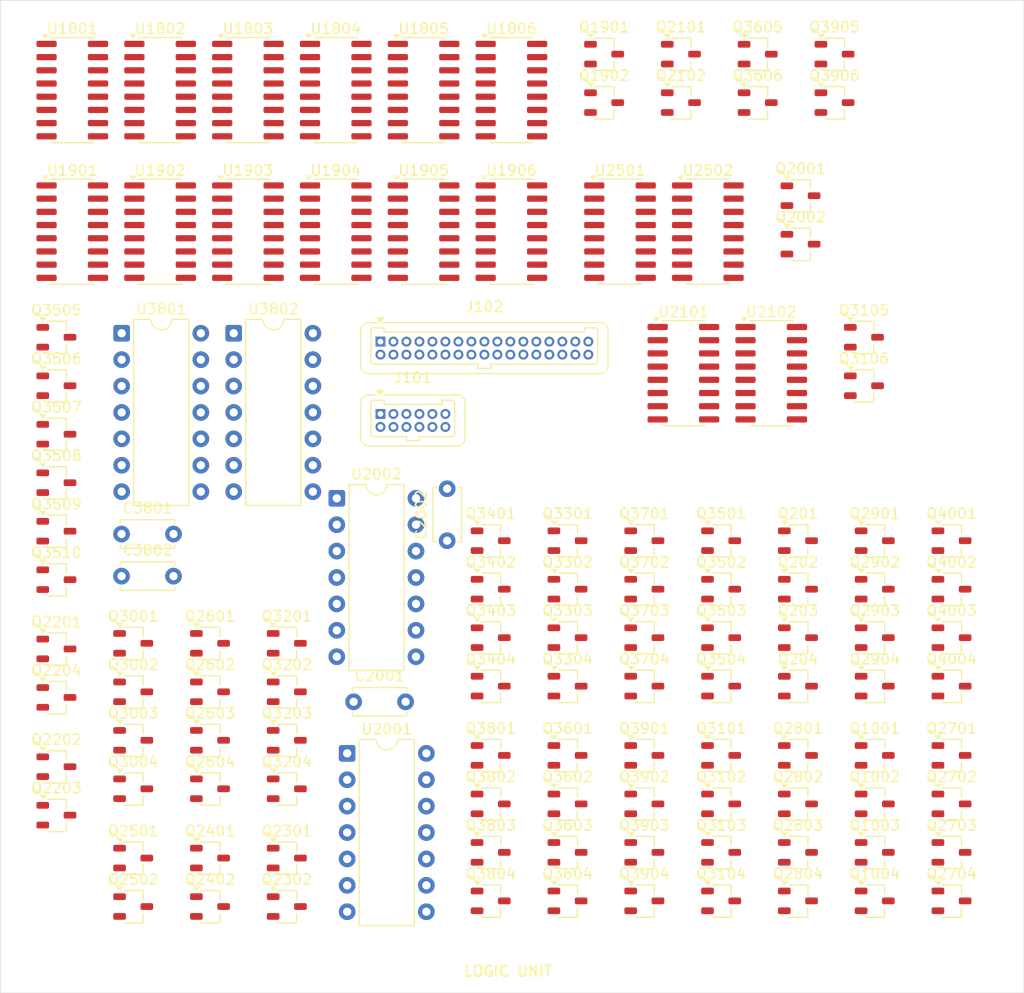
<source format=kicad_pcb>
(kicad_pcb (version 20241229) (generator "pcbnew") (generator_version "9.0")
  (layers (0 "F.Cu" signal) (2 "B.Cu" signal) (13 "F.Paste" user) (15 "B.Paste" user) (5 "F.SilkS" user "F.Silkscreen") (7 "B.SilkS" user "B.Silkscreen") (1 "F.Mask" user) (3 "B.Mask" user) (25 "Edge.Cuts" user))
  (net 0 "")
  (net 1 "GND")
  (net 2 "VCC")
  (net 5 "Net-(Q202-S)")
  (net 37 "Net-(Q1002-D)")
  (net 51 "A0")
  (net 52 "/W0")
  (net 53 "B0")
  (net 54 "/X0")
  (net 55 "/N1")
  (net 56 "/!A!B1")
  (net 57 "/!A!B2")
  (net 58 "/N2")
  (net 59 "/!A!B3")
  (net 60 "/N3")
  (net 61 "/N0")
  (net 62 "/!A!B0")
  (net 63 "/!A!B4")
  (net 64 "/N4")
  (net 65 "/!A!B5")
  (net 66 "/N5")
  (net 67 "/N6")
  (net 68 "/!A!B6")
  (net 69 "/!A!B7")
  (net 70 "/N7")
  (net 71 "/X1")
  (net 72 "A1")
  (net 73 "Net-(Q2602-D)")
  (net 74 "B1")
  (net 75 "A2")
  (net 76 "/X2")
  (net 77 "Net-(Q2702-D)")
  (net 78 "B2")
  (net 79 "/X3")
  (net 80 "A3")
  (net 81 "Net-(Q2802-D)")
  (net 82 "B3")
  (net 83 "/X4")
  (net 84 "A4")
  (net 85 "Net-(Q2902-D)")
  (net 86 "B4")
  (net 87 "/X5")
  (net 88 "A5")
  (net 89 "Net-(Q3002-D)")
  (net 90 "B5")
  (net 91 "/X6")
  (net 92 "A6")
  (net 93 "Net-(Q3102-D)")
  (net 94 "B6")
  (net 95 "/2not1/Y")
  (net 96 "/2not2/Y")
  (net 97 "A7")
  (net 98 "/X7")
  (net 99 "Net-(Q3202-D)")
  (net 100 "B7")
  (net 101 "/W1")
  (net 102 "Net-(Q3302-S)")
  (net 103 "/W2")
  (net 104 "Net-(Q3402-S)")
  (net 105 "/W3")
  (net 106 "Net-(Q3502-S)")
  (net 107 "Net-(Q3505-D)")
  (net 108 "/CTRL0")
  (net 109 "Net-(Q3506-D)")
  (net 110 "/CTRL1")
  (net 111 "/2and_1/A")
  (net 112 "/W4")
  (net 113 "Net-(Q3602-S)")
  (net 114 "/2and_1/Y")
  (net 115 "/2and_1/nand2_1/Y")
  (net 116 "/W5")
  (net 117 "Net-(Q3702-S)")
  (net 118 "/W6")
  (net 119 "Net-(Q3802-S)")
  (net 120 "/W7")
  (net 121 "Net-(Q3902-S)")
  (net 122 "/2not1/A")
  (net 123 "Net-(Q4002-S)")
  (net 124 "/CTRL2")
  (net 125 "Net-(U1801-Zd)")
  (net 126 "Net-(U1801-Zc)")
  (net 127 "Net-(U1801-Zb)")
  (net 128 "Net-(U1801-Za)")
  (net 129 "Net-(U1802-Za)")
  (net 130 "Net-(U1802-Zb)")
  (net 131 "Net-(U1802-Zd)")
  (net 132 "Net-(U1802-Zc)")
  (net 133 "/Z2")
  (net 134 "Net-(U1803-Zb)")
  (net 135 "Net-(U1803-Zd)")
  (net 136 "Net-(U1803-Zc)")
  (net 137 "/Z1")
  (net 138 "/Z3")
  (net 139 "/Z0")
  (net 140 "Net-(U1803-Za)")
  (net 141 "Net-(U1804-Zb)")
  (net 142 "/Z4")
  (net 143 "Net-(U1804-Za)")
  (net 144 "/Z5")
  (net 145 "/Z7")
  (net 146 "Net-(U1804-Zc)")
  (net 147 "Net-(U1804-Zd)")
  (net 148 "/Z6")
  (net 149 "/8to1mux_1/2to1mux/A2")
  (net 150 "/8to1mux_1/2to1mux/A1")
  (net 151 "/8to1mux_1/2to1mux/A3")
  (net 152 "/8to1mux_1/2to1mux/A0")
  (net 153 "/8to1mux_1/2to1mux/A5")
  (net 154 "/8to1mux_1/2to1mux/A7")
  (net 155 "/8to1mux_1/2to1mux/A6")
  (net 156 "/8to1mux_1/2to1mux/A4")
  (net 157 "Net-(U1901-Zd)")
  (net 158 "Net-(U1901-Zc)")
  (net 159 "Net-(U1901-Za)")
  (net 160 "Net-(U1901-Zb)")
  (net 161 "Net-(U1902-Zd)")
  (net 162 "Net-(U1902-Zc)")
  (net 163 "Net-(U1902-Za)")
  (net 164 "Net-(U1902-Zb)")
  (net 165 "Net-(U1903-Zb)")
  (net 166 "Net-(U1903-Zd)")
  (net 167 "Net-(U1903-Zc)")
  (net 168 "Net-(U1903-Za)")
  (net 169 "Net-(U1904-Zd)")
  (net 170 "Net-(U1904-Zc)")
  (net 171 "Net-(U1904-Zb)")
  (net 172 "Net-(U1904-Za)")
  (net 173 "/8to1mux_1/2to1mux/B3")
  (net 174 "/8to1mux_1/2to1mux/B0")
  (net 175 "/8to1mux_1/2to1mux/B1")
  (net 176 "/8to1mux_1/2to1mux/B2")
  (net 177 "/8to1mux_1/2to1mux/B4")
  (net 178 "/8to1mux_1/2to1mux/B5")
  (net 179 "/8to1mux_1/2to1mux/B6")
  (net 180 "/8to1mux_1/2to1mux/B7")
  (net 181 "/Y1")
  (net 182 "/Y0")
  (net 183 "/Y3")
  (net 184 "/Y2")
  (net 185 "/Y6")
  (net 186 "/Y7")
  (net 187 "/Y4")
  (net 188 "/Y5")
  (net 189 "L_OUT2")
  (net 190 "L_OUT3")
  (net 191 "L_OUT0")
  (net 192 "L_OUT1")
  (net 193 "L_OUT7")
  (net 194 "L_OUT6")
  (net 195 "L_OUT5")
  (net 196 "L_OUT4")
  (footprint "Package_TO_SOT_SMD:TSOT-23" (layer "F.Cu") (at 189.47 119.995)
    (property "Reference" "Q3704")
    (property "Value" "PMOS")
  )
  (footprint "Package_TO_SOT_SMD:TSOT-23" (layer "F.Cu") (at 132.9 109.75)
    (property "Reference" "Q3510")
    (property "Value" "NMOS")
  )
  (footprint "Package_TO_SOT_SMD:TSOT-23" (layer "F.Cu") (at 147.68 136.535)
    (property "Reference" "Q2401")
    (property "Value" "PMOS")
  )
  (footprint "Package_TO_SOT_SMD:TSOT-23" (layer "F.Cu") (at 210.6 91.09)
    (property "Reference" "Q3106")
    (property "Value" "NMOS")
  )
  (footprint "Package_TO_SOT_SMD:TSOT-23" (layer "F.Cu") (at 189.47 135.99)
    (property "Reference" "Q3903")
    (property "Value" "NMOS")
  )
  (footprint "Package_SO:SOIC-16_3.9x9.9mm_P1.27mm" (layer "F.Cu") (at 142.88 76.265)
    (property "Reference" "U1902")
    (property "Value" "74HC157")
  )
  (footprint "Package_TO_SOT_SMD:TSOT-23" (layer "F.Cu") (at 174.69 131.325)
    (property "Reference" "Q3802")
    (property "Value" "NMOS")
  )
  (footprint "Package_SO:SOIC-16_3.9x9.9mm_P1.27mm" (layer "F.Cu") (at 187.13 76.265)
    (property "Reference" "U2501")
    (property "Value" "74HC157")
  )
  (footprint "Package_TO_SOT_SMD:TSOT-23" (layer "F.Cu") (at 185.6 59.185)
    (property "Reference" "Q1901")
    (property "Value" "PMOS")
  )
  (footprint "Package_TO_SOT_SMD:TSOT-23" (layer "F.Cu") (at 182.08 126.66)
    (property "Reference" "Q3601")
    (property "Value" "PMOS")
  )
  (footprint "Capacitor_THT:C_Disc_D5.0mm_W2.5mm_P5.00mm" (layer "F.Cu") (at 139.17 105.36)
    (property "Reference" "C3801")
    (property "Value" "100nF")
  )
  (footprint "Package_TO_SOT_SMD:TSOT-23" (layer "F.Cu") (at 207.77 59.185)
    (property "Reference" "Q3905")
    (property "Value" "PMOS")
  )
  (footprint "Package_TO_SOT_SMD:TSOT-23" (layer "F.Cu") (at 155.07 115.875)
    (property "Reference" "Q3201")
    (property "Value" "NMOS")
  )
  (footprint "Package_SO:SOIC-16_3.9x9.9mm_P1.27mm" (layer "F.Cu") (at 195.58 76.265)
    (property "Reference" "U2502")
    (property "Value" "74HC157")
  )
  (footprint "Package_SO:SOIC-16_3.9x9.9mm_P1.27mm" (layer "F.Cu") (at 159.78 76.265)
    (property "Reference" "U1904")
    (property "Value" "74HC157")
  )
  (footprint "Package_TO_SOT_SMD:TSOT-23" (layer "F.Cu") (at 211.64 106)
    (property "Reference" "Q2901")
    (property "Value" "NMOS")
  )
  (footprint "Package_TO_SOT_SMD:TSOT-23" (layer "F.Cu") (at 147.68 129.87)
    (property "Reference" "Q2604")
    (property "Value" "NMOS")
  )
  (footprint "Package_TO_SOT_SMD:TSOT-23" (layer "F.Cu") (at 204.5 72.805)
    (property "Reference" "Q2001")
    (property "Value" "PMOS")
  )
  (footprint "Package_SO:SOIC-16_3.9x9.9mm_P1.27mm" (layer "F.Cu") (at 142.88 62.645)
    (property "Reference" "U1802")
    (property "Value" "74HC157")
  )
  (footprint "Package_TO_SOT_SMD:TSOT-23" (layer "F.Cu") (at 219.03 135.99)
    (property "Reference" "Q2703")
    (property "Value" "PMOS")
  )
  (footprint "Package_TO_SOT_SMD:TSOT-23" (layer "F.Cu") (at 204.25 126.66)
    (property "Reference" "Q2801")
    (property "Value" "NMOS")
  )
  (footprint "Package_TO_SOT_SMD:TSOT-23" (layer "F.Cu") (at 219.03 110.665)
    (property "Reference" "Q4002")
    (property "Value" "NMOS")
  )
  (footprint "Package_TO_SOT_SMD:TSOT-23" (layer "F.Cu") (at 192.99 59.185)
    (property "Reference" "Q2101")
    (property "Value" "PMOS")
  )
  (footprint "Package_TO_SOT_SMD:TSOT-23" (layer "F.Cu") (at 174.69 119.995)
    (property "Reference" "Q3404")
    (property "Value" "PMOS")
  )
  (footprint "Package_TO_SOT_SMD:TSOT-23" (layer "F.Cu") (at 132.9 105.085)
    (property "Reference" "Q3509")
    (property "Value" "PMOS")
  )
  (footprint "Package_TO_SOT_SMD:TSOT-23" (layer "F.Cu") (at 189.47 140.655)
    (property "Reference" "Q3904")
    (property "Value" "PMOS")
  )
  (footprint "Package_TO_SOT_SMD:TSOT-23" (layer "F.Cu") (at 196.86 135.99)
    (property "Reference" "Q3103")
    (property "Value" "PMOS")
  )
  (footprint "Package_TO_SOT_SMD:TSOT-23" (layer "F.Cu") (at 211.64 131.325)
    (property "Reference" "Q1002")
    (property "Value" "PMOS")
  )
  (footprint "Package_TO_SOT_SMD:TSOT-23" (layer "F.Cu") (at 174.69 135.99)
    (property "Reference" "Q3803")
    (property "Value" "NMOS")
  )
  (footprint "Package_TO_SOT_SMD:TSOT-23" (layer "F.Cu") (at 211.64 119.995)
    (property "Reference" "Q2904")
    (property "Value" "NMOS")
  )
  (footprint "Package_TO_SOT_SMD:TSOT-23" (layer "F.Cu") (at 204.25 115.33)
    (property "Reference" "Q203")
    (property "Value" "NMOS")
  )
  (footprint "Package_TO_SOT_SMD:TSOT-23" (layer "F.Cu") (at 155.07 120.54)
    (property "Reference" "Q3202")
    (property "Value" "PMOS")
  )
  (footprint "Package_SO:SOIC-16_3.9x9.9mm_P1.27mm" (layer "F.Cu") (at 193.23 89.885)
    (property "Reference" "U2101")
    (property "Value" "74HC157")
  )
  (footprint "Package_TO_SOT_SMD:TSOT-23" (layer "F.Cu") (at 204.25 110.665)
    (property "Reference" "Q202")
    (property "Value" "NMOS")
  )
  (footprint "Package_TO_SOT_SMD:TSOT-23" (layer "F.Cu") (at 155.07 125.205)
    (property "Reference" "Q3203")
    (property "Value" "PMOS")
  )
  (footprint "Package_TO_SOT_SMD:TSOT-23" (layer "F.Cu") (at 182.08 110.665)
    (property "Reference" "Q3302")
    (property "Value" "NMOS")
  )
  (footprint "Package_TO_SOT_SMD:TSOT-23" (layer "F.Cu") (at 147.68 120.54)
    (property "Reference" "Q2602")
    (property "Value" "PMOS")
  )
  (footprint "Package_TO_SOT_SMD:TSOT-23" (layer "F.Cu") (at 185.6 63.85)
    (property "Reference" "Q1902")
    (property "Value" "NMOS")
  )
  (footprint "Connector_Harwin:Harwin_Gecko-G125-FVX1205L0X_2x06_P1.25mm_Vertical" (layer "F.Cu") (at 164.08 93.805)
    (property "Reference" "J101")
    (property "Value" "Conn_01x12_Pin")
  )
  (footprint "Package_TO_SOT_SMD:TSOT-23" (layer "F.Cu") (at 210.6 86.425)
    (property "Reference" "Q3105")
    (property "Value" "PMOS")
  )
  (footprint "Package_TO_SOT_SMD:TSOT-23" (layer "F.Cu") (at 182.08 140.655)
    (property "Reference" "Q3604")
    (property "Value" "PMOS")
  )
  (footprint "Package_TO_SOT_SMD:TSOT-23" (layer "F.Cu") (at 211.64 126.66)
    (property "Reference" "Q1001")
    (property "Value" "NMOS")
  )
  (footprint "Package_TO_SOT_SMD:TSOT-23" (layer "F.Cu") (at 219.03 131.325)
    (property "Reference" "Q2702")
    (property "Value" "PMOS")
  )
  (footprint "Package_TO_SOT_SMD:TSOT-23" (layer "F.Cu") (at 204.25 135.99)
    (property "Reference" "Q2803")
    (property "Value" "PMOS")
  )
  (footprint "Package_TO_SOT_SMD:TSOT-23" (layer "F.Cu") (at 147.68 125.205)
    (property "Reference" "Q2603")
    (property "Value" "PMOS")
  )
  (footprint "Package_TO_SOT_SMD:TSOT-23" (layer "F.Cu") (at 189.47 131.325)
    (property "Reference" "Q3902")
    (property "Value" "NMOS")
  )
  (footprint "Package_TO_SOT_SMD:TSOT-23" (layer "F.Cu") (at 174.69 115.33)
    (property "Reference" "Q3403")
    (property "Value" "NMOS")
  )
  (footprint "Package_TO_SOT_SMD:TSOT-23" (layer "F.Cu") (at 204.25 140.655)
    (property "Reference" "Q2804")
    (property "Value" "NMOS")
  )
  (footprint "Package_TO_SOT_SMD:TSOT-23" (layer "F.Cu") (at 132.9 91.09)
    (property "Reference" "Q3506")
    (property "Value" "PMOS")
  )
  (footprint "Package_TO_SOT_SMD:TSOT-23" (layer "F.Cu") (at 132.9 132.41)
    (property "Reference" "Q2203")
    (property "Value" "NMOS")
  )
  (footprint "Package_TO_SOT_SMD:TSOT-23" (layer "F.Cu") (at 174.69 110.665)
    (property "Reference" "Q3402")
    (property "Value" "NMOS")
  )
  (footprint "Package_TO_SOT_SMD:TSOT-23" (layer "F.Cu") (at 219.03 106)
    (property "Reference" "Q4001")
    (property "Value" "PMOS")
  )
  (footprint "Package_TO_SOT_SMD:TSOT-23" (layer "F.Cu") (at 182.08 131.325)
    (property "Reference" "Q3602")
    (property "Value" "NMOS")
  )
  (footprint "Package_TO_SOT_SMD:TSOT-23" (layer "F.Cu") (at 174.69 106)
    (property "Reference" "Q3401")
    (property "Value" "PMOS")
  )
  (footprint "Package_TO_SOT_SMD:TSOT-23" (layer "F.Cu") (at 182.08 115.33)
    (property "Reference" "Q3303")
    (property "Value" "NMOS")
  )
  (footprint "Package_DIP:DIP-14_W7.62mm" (layer "F.Cu") (at 149.96 86.04)
    (property "Reference" "U3802")
    (property "Value" "74HC86")
  )
  (footprint "Package_TO_SOT_SMD:TSOT-23" (layer "F.Cu") (at 189.47 115.33)
    (property "Reference" "Q3703")
    (property "Value" "NMOS")
  )
  (footprint "Package_TO_SOT_SMD:TSOT-23" (layer "F.Cu") (at 132.9 86.425)
    (property "Reference" "Q3505")
    (property "Value" "NMOS")
  )
  (footprint "Package_TO_SOT_SMD:TSOT-23" (layer "F.Cu") (at 211.64 110.665)
    (property "Reference" "Q2902")
    (property "Value" "PMOS")
  )
  (footprint "Package_TO_SOT_SMD:TSOT-23" (layer "F.Cu") (at 204.25 106)
    (property "Reference" "Q201")
    (property "Value" "PMOS")
  )
  (footprint "Package_TO_SOT_SMD:TSOT-23" (layer "F.Cu") (at 140.29 129.87)
    (property "Reference" "Q3004")
    (property "Value" "NMOS")
  )
  (footprint "Package_TO_SOT_SMD:TSOT-23" (layer "F.Cu") (at 219.03 140.655)
    (property "Reference" "Q2704")
    (property "Value" "NMOS")
  )
  (footprint "Package_TO_SOT_SMD:TSOT-23" (layer "F.Cu") (at 219.03 115.33)
    (property "Reference" "Q4003")
    (property "Value" "NMOS")
  )
  (footprint "Capacitor_THT:C_Disc_D5.0mm_W2.5mm_P5.00mm" (layer "F.Cu") (at 170.5 106 90)
    (property "Reference" "C2002")
    (property "Value" "100nF")
  )
  (footprint "Package_SO:SOIC-16_3.9x9.9mm_P1.27mm" (layer "F.Cu") (at 168.23 62.645)
    (property "Reference" "U1805")
    (property "Value" "74HC157")
  )
  (footprint "Package_TO_SOT_SMD:TSOT-23" (layer "F.Cu") (at 132.9 95.755)
    (property "Reference" "Q3507")
    (property "Value" "PMOS")
  )
  (footprint "Package_TO_SOT_SMD:TSOT-23" (layer "F.Cu") (at 200.38 63.85)
    (property "Reference" "Q3606")
    (property "Value" "NMOS")
  )
  (footprint "Capacitor_THT:C_Disc_D5.0mm_W2.5mm_P5.00mm" (layer "F.Cu") (at 139.17 109.41)
    (property "Reference" "C3802")
    (property "Value" "100nF")
  )
  (footprint "Package_TO_SOT_SMD:TSOT-23" (layer "F.Cu") (at 200.38 59.185)
    (property "Reference" "Q3605")
    (property "Value" "PMOS")
  )
  (footprint "Package_DIP:DIP-14_W7.62mm" (layer "F.Cu") (at 160.88 126.46)
    (property "Reference" "U2001")
    (property "Value" "74HC86")
  )
  (footprint "Package_TO_SOT_SMD:TSOT-23" (layer "F.Cu") (at 196.86 126.66)
    (property "Reference" "Q3101")
    (property "Value" "NMOS")
  )
  (footprint "Package_TO_SOT_SMD:TSOT-23" (layer "F.Cu") (at 196.86 140.655)
    (property "Reference" "Q3104")
    (property "Value" "NMOS")
  )
  (footprint "Package_TO_SOT_SMD:TSOT-23" (layer "F.Cu") (at 189.47 126.66)
    (property "Reference" "Q3901")
    (property "Value" "PMOS")
  )
  (footprint "Package_TO_SOT_SMD:TSOT-23" (layer "F.Cu") (at 196.86 119.995)
    (property "Reference" "Q3504")
    (property "Value" "PMOS")
  )
  (footprint "Package_TO_SOT_SMD:TSOT-23" (layer "F.Cu") (at 132.9 121.08)
    (property "Reference" "Q2204")
    (property "Value" "NMOS")
  )
  (footprint "Package_TO_SOT_SMD:TSOT-23" (layer "F.Cu") (at 132.9 100.42)
    (property "Reference" "Q3508")
    (property "Value" "NMOS")
  )
  (footprint "Connector_Harwin:Harwin_Gecko-G125-FVX3405L0X_2x17_P1.25mm_Vertical" (layer "F.Cu") (at 164.08 86.845)
    (property "Reference" "J102")
    (property "Value" "Conn_01x34_Pin")
  )
  (footprint "Package_TO_SOT_SMD:TSOT-23" (layer "F.Cu") (at 147.68 141.2)
    (property "Reference" "Q2402")
    (property "Value" "NMOS")
  )
  (footprint "Package_TO_SOT_SMD:TSOT-23" (layer "F.Cu") (at 147.68 115.875)
    (property "Reference" "Q2601")
    (property "Value" "NMOS")
  )
  (footprint "Package_TO_SOT_SMD:TSOT-23" (layer "F.Cu") (at 140.29 115.875)
    (property "Reference" "Q3001")
    (property "Value" "NMOS")
  )
  (footprint "Capacitor_THT:C_Disc_D5.0mm_W2.5mm_P5.00mm" (layer "F.Cu") (at 161.5 121.5)
    (property "Reference" "C2001")
    (property "Value" "100nF")
  )
  (footprint "Package_TO_SOT_SMD:TSOT-23" (layer "F.Cu") (at 219.03 119.995)
    (property "Reference" "Q4004")
    (property "Value" "PMOS")
  )
  (footprint "Package_TO_SOT_SMD:TSOT-23" (layer "F.Cu") (at 140.29 125.205)
    (property "Reference" "Q3003")
    (property "Value" "PMOS")
  )
  (footprint "Package_TO_SOT_SMD:TSOT-23" (layer "F.Cu") (at 155.07 136.535)
    (property "Reference" "Q2301")
    (property "Value" "PMOS")
  )
  (footprint "Package_TO_SOT_SMD:TSOT-23" (layer "F.Cu") (at 204.25 131.325)
    (property "Reference" "Q2802")
    (property "Value" "PMOS")
  )
  (footprint "Package_TO_SOT_SMD:TSOT-23" (layer "F.Cu") (at 207.77 63.85)
    (property "Reference" "Q3906")
    (property "Value" "NMOS")
  )
  (footprint "Package_TO_SOT_SMD:TSOT-23" (layer "F.Cu") (at 211.64 115.33)
    (property "Reference" "Q2903")
    (property "Value" "PMOS")
  )
  (footprint "Package_TO_SOT_SMD:TSOT-23" (layer "F.Cu") (at 182.08 119.995)
    (property "Reference" "Q3304")
    (property "Value" "PMOS")
  )
  (footprint "Package_TO_SOT_SMD:TSOT-23" (layer "F.Cu") (at 211.64 140.655)
    (property "Reference" "Q1004")
    (property "Value" "NMOS")
  )
  (footprint "Package_SO:SOIC-16_3.9x9.9mm_P1.27mm" (layer "F.Cu") (at 134.43 62.645)
    (property "Reference" "U1801")
    (property "Value" "74HC157")
  )
  (footprint "Package_SO:SOIC-16_3.9x9.9mm_P1.27mm" (layer "F.Cu") (at 168.23 76.265)
    (property "Reference" "U1905")
    (property "Value" "74HC157")
  )
  (footprint "Package_SO:SOIC-16_3.9x9.9mm_P1.27mm" (layer "F.Cu") (at 176.68 76.265)
    (property "Reference" "U1906")
    (property "Value" "74HC157")
  )
  (footprint "Package_SO:SOIC-16_3.9x9.9mm_P1.27mm" (layer "F.Cu") (at 176.68 62.645)
    (property "Reference" "U1806")
    (property "Value" "74HC157")
  )
  (footprint "Package_TO_SOT_SMD:TSOT-23" (layer "F.Cu") (at 182.08 106)
    (property "Reference" "Q3301")
    (property "Value" "PMOS")
  )
  (footprint "Package_TO_SOT_SMD:TSOT-23" (layer "F.Cu") (at 155.07 141.2)
    (property "Reference" "Q2302")
    (property "Value" "NMOS")
  )
  (footprint "Package_SO:SOIC-16_3.9x9.9mm_P1.27mm" (layer "F.Cu") (at 151.33 76.265)
    (property "Reference" "U1903")
    (property "Value" "74HC157")
  )
  (footprint "Package_TO_SOT_SMD:TSOT-23" (layer "F.Cu") (at 196.86 106)
    (property "Reference" "Q3501")
    (property "Value" "PMOS")
  )
  (footprint "Package_TO_SOT_SMD:TSOT-23" (layer "F.Cu") (at 211.64 135.99)
    (property "Reference" "Q1003")
    (property "Value" "PMOS")
  )
  (footprint "Package_TO_SOT_SMD:TSOT-23" (layer "F.Cu") (at 140.29 141.2)
    (property "Reference" "Q2502")
    (property "Value" "NMOS")
  )
  (footprint "Package_TO_SOT_SMD:TSOT-23" (layer "F.Cu") (at 132.9 127.745)
    (property "Reference" "Q2202")
    (property "Value" "PMOS")
  )
  (footprint "Package_SO:SOIC-16_3.9x9.9mm_P1.27mm" (layer "F.Cu") (at 201.68 89.885)
    (property "Reference" "U2102")
    (property "Value" "74HC157")
  )
  (footprint "Package_SO:SOIC-16_3.9x9.9mm_P1.27mm" (layer "F.Cu") (at 134.43 76.265)
    (property "Reference" "U1901")
    (property "Value" "74HC157")
  )
  (footprint "Package_TO_SOT_SMD:TSOT-23" (layer "F.Cu") (at 174.69 140.655)
    (property "Reference" "Q3804")
    (property "Value" "PMOS")
  )
  (footprint "Package_TO_SOT_SMD:TSOT-23" (layer "F.Cu") (at 196.86 131.325)
    (property "Reference" "Q3102")
    (property "Value" "PMOS")
  )
  (footprint "Package_TO_SOT_SMD:TSOT-23" (layer "F.Cu") (at 189.47 110.665)
    (property "Reference" "Q3702")
    (property "Value" "NMOS")
  )
  (footprint "Package_TO_SOT_SMD:TSOT-23" (layer "F.Cu") (at 204.5 77.47)
    (property "Reference" "Q2002")
    (property "Value" "NMOS")
  )
  (footprint "Package_TO_SOT_SMD:TSOT-23" (layer "F.Cu") (at 182.08 135.99)
    (property "Reference" "Q3603")
    (property "Value" "NMOS")
  )
  (footprint "Package_TO_SOT_SMD:TSOT-23" (layer "F.Cu") (at 196.86 115.33)
    (property "Reference" "Q3503")
    (property "Value" "NMOS")
  )
  (footprint "Package_SO:SOIC-16_3.9x9.9mm_P1.27mm" (layer "F.Cu") (at 159.78 62.645)
    (property "Reference" "U1804")
    (property "Value" "74HC157")
  )
  (footprint "Package_TO_SOT_SMD:TSOT-23" (layer "F.Cu") (at 196.86 110.665)
    (property "Reference" "Q3502")
    (property "Value" "NMOS")
  )
  (footprint "Package_TO_SOT_SMD:TSOT-23" (layer "F.Cu") (at 140.29 136.535)
    (property "Reference" "Q2501")
    (property "Value" "PMOS")
  )
  (footprint "Package_DIP:DIP-14_W7.62mm" (layer "F.Cu") (at 139.18 86.04)
    (property "Reference" "U3801")
    (property "Value" "74HC86")
  )
  (footprint "Package_TO_SOT_SMD:TSOT-23" (layer "F.Cu") (at 140.29 120.54)
    (property "Reference" "Q3002")
    (property "Value" "PMOS")
  )
  (footprint "Package_DIP:DIP-14_W7.62mm" (layer "F.Cu") (at 159.88 101.92)
    (property "Reference" "U2002")
    (property "Value" "74HC86")
  )
  (footprint "Package_TO_SOT_SMD:TSOT-23" (layer "F.Cu") (at 204.25 119.995)
    (property "Reference" "Q204")
    (property "Value" "PMOS")
  )
  (footprint "Package_TO_SOT_SMD:TSOT-23" (layer "F.Cu") (at 174.69 126.66)
    (property "Reference" "Q3801")
    (property "Value" "PMOS")
  )
  (footprint "Package_TO_SOT_SMD:TSOT-23" (layer "F.Cu") (at 192.99 63.85)
    (property "Reference" "Q2102")
    (property "Value" "NMOS")
  )
  (footprint "Package_SO:SOIC-16_3.9x9.9mm_P1.27mm" (layer "F.Cu") (at 151.33 62.645)
    (property "Reference" "U1803")
    (property "Value" "74HC157")
  )
  (footprint "Package_TO_SOT_SMD:TSOT-23" (layer "F.Cu") (at 219.03 126.66)
    (property "Reference" "Q2701")
    (property "Value" "NMOS")
  )
  (footprint "Package_TO_SOT_SMD:TSOT-23" (layer "F.Cu") (at 132.9 116.415)
    (property "Reference" "Q2201")
    (property "Value" "PMOS")
  )
  (footprint "Package_TO_SOT_SMD:TSOT-23" (layer "F.Cu") (at 155.07 129.87)
    (property "Reference" "Q3204")
    (property "Value" "NMOS")
  )
  (footprint "Package_TO_SOT_SMD:TSOT-23" (layer "F.Cu") (at 189.47 106)
    (property "Reference" "Q3701")
    (property "Value" "PMOS")
  )
  (gr_rect (start 127.5 54) (end 226 149.5) (stroke (width 0.05)) (fill no) (layer "Edge.Cuts"))
  (gr_text "LOGIC UNIT" (at 172 148 0) (layer "F.SilkS") (effects (font (size 1 1) (thickness 0.2) (bold yes)) (justify left bottom)))
)
</source>
